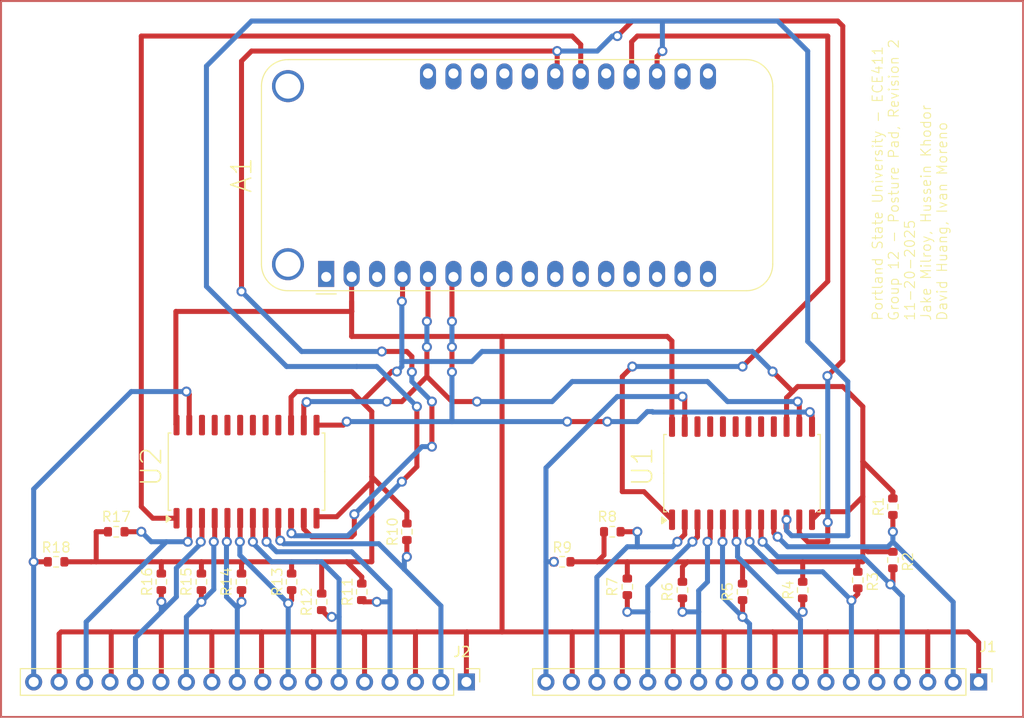
<source format=kicad_pcb>
(kicad_pcb (version 20240108) (generator "pcbnew") (generator_version "8.0")
  (layers (0 "F.Cu" signal) (31 "B.Cu" signal) (34 "B.Paste" user) (35 "F.Paste" user) (36 "B.SilkS" user "B.Silkscreen") (37 "F.SilkS" user "F.Silkscreen") (38 "B.Mask" user) (39 "F.Mask" user) (44 "Edge.Cuts" user))
  (net 0 "")
  (net 2 "GND")
  (net 3 "Net-(J1-Pin_2)")
  (net 6 "Net-(J1-Pin_4)")
  (net 12 "Net-(J1-Pin_6)")
  (net 21 "Net-(J1-Pin_8)")
  (net 23 "Net-(A1-A9{slash}IO33)")
  (net 25 "Net-(A1-A7{slash}IO32)")
  (net 28 "Net-(J1-Pin_10)")
  (net 29 "Net-(J1-Pin_12)")
  (net 30 "Net-(J1-Pin_14)")
  (net 31 "Net-(J1-Pin_16)")
  (net 32 "Net-(J1-Pin_18)")
  (net 33 "Net-(J2-Pin_2)")
  (net 34 "Net-(J2-Pin_4)")
  (net 35 "Net-(J2-Pin_6)")
  (net 36 "Net-(J2-Pin_8)")
  (net 37 "Net-(J2-Pin_10)")
  (net 38 "Net-(J2-Pin_12)")
  (net 39 "Net-(J2-Pin_14)")
  (net 40 "Net-(J2-Pin_16)")
  (net 41 "Net-(J2-Pin_18)")
  (net 42 "Net-(A1-A6{slash}IO14)")
  (net 43 "+3.3V")
  (net 44 "Net-(A1-DAC1{slash}A1)")
  (net 45 "Net-(A1-A10{slash}IO27)")
  (net 46 "Net-(A1-DAC2{slash}A0)")
  (footprint "Resistor_SMD:R_0603_1608Metric" (layer "F.Cu") (at 138 120 90)
    (property "Reference" "R11")
    (property "Value" "10k")
  )
  (footprint "Package_SO:SOIC-24W_7.5x15.4mm_P1.27mm" (layer "F.Cu") (at 175.945 108.15 90)
    (property "Reference" "U1")
    (property "Value" "CD74HC4067M")
  )
  (footprint "Resistor_SMD:R_0603_1608Metric" (layer "F.Cu") (at 131 119 90)
    (property "Reference" "R13")
    (property "Value" "10k")
  )
  (footprint "Resistor_SMD:R_0603_1608Metric" (layer "F.Cu") (at 126 119 90)
    (property "Reference" "R14")
    (property "Value" "2k")
  )
  (footprint "Resistor_SMD:R_0603_1608Metric" (layer "F.Cu") (at 158 117)
    (property "Reference" "R9")
    (property "Value" "2k")
  )
  (footprint "Resistor_SMD:R_0603_1608Metric" (layer "F.Cu") (at 187.5 118.825 90)
    (property "Reference" "R3")
    (property "Value" "10k")
  )
  (footprint "Resistor_SMD:R_0603_1608Metric" (layer "F.Cu") (at 107.5 117)
    (property "Reference" "R18")
    (property "Value" "2k")
  )
  (footprint "Resistor_SMD:R_0603_1608Metric" (layer "F.Cu") (at 113.5 114 180)
    (property "Reference" "R17")
    (property "Value" "2k")
  )
  (footprint "Resistor_SMD:R_0603_1608Metric" (layer "F.Cu") (at 170 119.825 90)
    (property "Reference" "R6")
    (property "Value" "2k")
  )
  (footprint "Resistor_SMD:R_0603_1608Metric" (layer "F.Cu") (at 182 119.825 90)
    (property "Reference" "R4")
    (property "Value" "10k")
  )
  (footprint "Resistor_SMD:R_0603_1608Metric" (layer "F.Cu") (at 191 111.5 90)
    (property "Reference" "R1")
    (property "Value" "10k")
  )
  (footprint "Package_SO:SOIC-24W_7.5x15.4mm_P1.27mm" (layer "F.Cu") (at 126.5 108 90)
    (property "Reference" "U2")
    (property "Value" "CD74HC4067M")
  )
  (footprint "Resistor_SMD:R_0603_1608Metric" (layer "F.Cu") (at 134 121 90)
    (property "Reference" "R12")
    (property "Value" "10k")
  )
  (footprint "Connector_PinHeader_2.54mm:PinHeader_1x18_P2.54mm_Vertical" (layer "F.Cu") (at 148.44 129 -90)
    (property "Reference" "J2")
    (property "Value" "Conn_01x18")
  )
  (footprint "Resistor_SMD:R_0603_1608Metric" (layer "F.Cu") (at 191 116.825 90)
    (property "Reference" "R2")
    (property "Value" "10k")
  )
  (footprint "Resistor_SMD:R_0603_1608Metric" (layer "F.Cu") (at 163 114 180)
    (property "Reference" "R8")
    (property "Value" "2k")
  )
  (footprint "Resistor_SMD:R_0603_1608Metric" (layer "F.Cu") (at 176 120 90)
    (property "Reference" "R5")
    (property "Value" "2k")
  )
  (footprint "Resistor_SMD:R_0603_1608Metric" (layer "F.Cu") (at 142.5 114 90)
    (property "Reference" "R10")
    (property "Value" "10k")
  )
  (footprint "Module:Adafruit_Feather_WithMountingHoles" (layer "F.Cu") (at 134.45 88.5525 90)
    (property "Reference" "A1")
    (property "Value" "Adafruit_Feather_HUZZAH32_ESP32")
  )
  (footprint "Resistor_SMD:R_0603_1608Metric" (layer "F.Cu") (at 118 119 90)
    (property "Reference" "R16")
    (property "Value" "2k")
  )
  (footprint "Connector_PinHeader_2.54mm:PinHeader_1x18_P2.54mm_Vertical" (layer "F.Cu") (at 199.56 129 -90)
    (property "Reference" "J1")
    (property "Value" "Conn_01x18")
  )
  (footprint "Resistor_SMD:R_0603_1608Metric" (layer "F.Cu") (at 122 119 90)
    (property "Reference" "R15")
    (property "Value" "2k")
  )
  (footprint "Resistor_SMD:R_0603_1608Metric" (layer "F.Cu") (at 164.5 119.5 90)
    (property "Reference" "R7")
    (property "Value" "2k")
  )
  (gr_rect (start 102 61) (end 204 132.5) (stroke (width 0.2)) (fill none) (layer "F.Cu"))
  (gr_rect (start 102 61) (end 204 132.5) (stroke (width 0.05)) (fill none) (layer "Edge.Cuts"))
  (gr_text "Portland State University - ECE411\nGroup 12 - Posture Pad, Revision 2\n11-20-2025\nJake Milroy, Hussein Khodor\nDavid Huang, Ivan Moreno" (at 196.5 93 90) (layer "F.SilkS") (effects (font (size 1 1) (thickness 0.1)) (justify left bottom)))
  (segment (start 142.07 88.5525) (end 142.07 90.93) (width 0.5) (layer "F.Cu") (net 2))
  (segment (start 139 102) (end 139 108.5) (width 0.5) (layer "F.Cu") (net 2))
  (segment (start 133.635 112.5) (end 135.5 112.5) (width 0.5) (layer "F.Cu") (net 2))
  (segment (start 118 117) (end 111 117) (width 0.5) (layer "F.Cu") (net 2))
  (segment (start 181 100) (end 181.5 99.5) (width 0.5) (layer "F.Cu") (net 2))
  (segment (start 188.5 116) (end 188 115.5) (width 0.5) (layer "F.Cu") (net 2))
  (segment (start 112.675 114) (end 111.5 114) (width 0.5) (layer "F.Cu") (net 2))
  (segment (start 187.5 117) (end 182 117) (width 0.5) (layer "F.Cu") (net 2))
  (segment (start 188 115.5) (end 188 117) (width 0.5) (layer "F.Cu") (net 2))
  (segment (start 139 108.5) (end 139 112.5) (width 0.5) (layer "F.Cu") (net 2))
  (segment (start 188 101.5) (end 188 107) (width 0.5) (layer "F.Cu") (net 2))
  (segment (start 142.5 113.175) (end 142.5 112) (width 0.5) (layer "F.Cu") (net 2))
  (segment (start 188 117) (end 187.5 117) (width 0.5) (layer "F.Cu") (net 2))
  (segment (start 133.485 112.65) (end 133.635 112.5) (width 0.5) (layer "F.Cu") (net 2))
  (segment (start 111.5 114) (end 111.5 117) (width 0.5) (layer "F.Cu") (net 2))
  (segment (start 139 112.5) (end 139 117) (width 0.5) (layer "F.Cu") (net 2))
  (segment (start 126 117) (end 122 117) (width 0.5) (layer "F.Cu") (net 2))
  (segment (start 182.93 112.8) (end 183.73 112) (width 0.5) (layer "F.Cu") (net 2))
  (segment (start 141 98) (end 141.5 98) (width 0.5) (layer "F.Cu") (net 2))
  (segment (start 138 101) (end 139 102) (width 0.5) (layer "F.Cu") (net 2))
  (segment (start 187.5 117) (end 187.5 118) (width 0.5) (layer "F.Cu") (net 2))
  (segment (start 164.5 118.675) (end 164.5 117) (width 0.5) (layer "F.Cu") (net 2))
  (segment (start 135.5 112.5) (end 139 109) (width 0.5) (layer "F.Cu") (net 2))
  (segment (start 183.73 112) (end 186.5 112) (width 0.5) (layer "F.Cu") (net 2))
  (segment (start 188 107) (end 188 115.5) (width 0.5) (layer "F.Cu") (net 2))
  (segment (start 191 116) (end 188.5 116) (width 0.5) (layer "F.Cu") (net 2))
  (segment (start 162.175 116.325) (end 161.5 117) (width 0.5) (layer "F.Cu") (net 2))
  (segment (start 176 117) (end 170.5 117) (width 0.5) (layer "F.Cu") (net 2))
  (segment (start 111 117) (end 108.325 117) (width 0.5) (layer "F.Cu") (net 2))
  (segment (start 131 117) (end 126 117) (width 0.5) (layer "F.Cu") (net 2))
  (segment (start 170.5 117) (end 164.5 117) (width 0.5) (layer "F.Cu") (net 2))
  (segment (start 138 101) (end 141 98) (width 0.5) (layer "F.Cu") (net 2))
  (segment (start 137 100) (end 138 101) (width 0.5) (layer "F.Cu") (net 2))
  (segment (start 126 118.175) (end 126 117) (width 0.5) (layer "F.Cu") (net 2))
  (segment (start 122 118.175) (end 122 117) (width 0.5) (layer "F.Cu") (net 2))
  (segment (start 138 118.5) (end 136.5 117) (width 0.5) (layer "F.Cu") (net 2))
  (segment (start 136.5 117) (end 134 117) (width 0.5) (layer "F.Cu") (net 2))
  (segment (start 130.945 100.555) (end 131.5 100) (width 0.5) (layer "F.Cu") (net 2))
  (segment (start 118 118.175) (end 118 117) (width 0.5) (layer "F.Cu") (net 2))
  (segment (start 182 119) (end 182 117) (width 0.5) (layer "F.Cu") (net 2))
  (segment (start 164.5 117) (end 161.5 117) (width 0.5) (layer "F.Cu") (net 2))
  (segment (start 170 117.5) (end 170.5 117) (width 0.5) (layer "F.Cu") (net 2))
  (segment (start 186.5 112) (end 188 110.5) (width 0.5) (layer "F.Cu") (net 2))
  (segment (start 161.5 117) (end 158.825 117) (width 0.5) (layer "F.Cu") (net 2))
  (segment (start 191 110.675) (end 191 110) (width 0.5) (layer "F.Cu") (net 2))
  (segment (start 170 119) (end 170 117.5) (width 0.5) (layer "F.Cu") (net 2))
  (segment (start 182 117) (end 176 117) (width 0.5) (layer "F.Cu") (net 2))
  (segment (start 122 117) (end 118 117) (width 0.5) (layer "F.Cu") (net 2))
  (segment (start 142.07 90.93) (end 142 91) (width 0.5) (layer "F.Cu") (net 2))
  (segment (start 186 99.5) (end 188 101.5) (width 0.5) (layer "F.Cu") (net 2))
  (segment (start 139 117) (end 136.5 117) (width 0.5) (layer "F.Cu") (net 2))
  (segment (start 180.39 100.61) (end 181 100) (width 0.5) (layer "F.Cu") (net 2))
  (segment (start 181.5 99.5) (end 186 99.5) (width 0.5) (layer "F.Cu") (net 2))
  (segment (start 133.485 116.985) (end 133.5 117) (width 0.5) (layer "F.Cu") (net 2))
  (segment (start 180.39 103.5) (end 180.39 100.61) (width 0.5) (layer "F.Cu") (net 2))
  (segment (start 138 119.175) (end 138 118.5) (width 0.5) (layer "F.Cu") (net 2))
  (segment (start 181 100) (end 179 98) (width 0.5) (layer "F.Cu") (net 2))
  (segment (start 133.5 117) (end 131 117) (width 0.5) (layer "F.Cu") (net 2))
  (segment (start 134 117) (end 133.5 117) (width 0.5) (layer "F.Cu") (net 2))
  (segment (start 191 110) (end 188 107) (width 0.5) (layer "F.Cu") (net 2))
  (segment (start 176 119.175) (end 176 117) (width 0.5) (layer "F.Cu") (net 2))
  (segment (start 130.945 103.35) (end 130.945 100.555) (width 0.5) (layer "F.Cu") (net 2))
  (segment (start 142.5 112) (end 139 108.5) (width 0.5) (layer "F.Cu") (net 2))
  (segment (start 162.175 114) (end 162.175 116.325) (width 0.5) (layer "F.Cu") (net 2))
  (segment (start 131 118.175) (end 131 117) (width 0.5) (layer "F.Cu") (net 2))
  (segment (start 134 120.175) (end 134 117) (width 0.5) (layer "F.Cu") (net 2))
  (segment (start 131.5 100) (end 137 100) (width 0.5) (layer "F.Cu") (net 2))
  (via (at 179 98) (size 1) (drill 0.6) (layers "F.Cu" "B.Cu") (net 2))
  (via (at 142 91) (size 1) (drill 0.6) (layers "F.Cu" "B.Cu") (net 2))
  (via (at 141.5 98) (size 1) (drill 0.6) (layers "F.Cu" "B.Cu") (net 2))
  (segment (start 150 96) (end 177 96) (width 0.5) (layer "B.Cu") (net 2))
  (segment (start 142 97.5) (end 141.5 98) (width 0.5) (layer "B.Cu") (net 2))
  (segment (start 149 97) (end 150 96) (width 0.5) (layer "B.Cu") (net 2))
  (segment (start 142 97) (end 149 97) (width 0.5) (layer "B.Cu") (net 2))
  (segment (start 177 96) (end 179 98) (width 0.5) (layer "B.Cu") (net 2))
  (segment (start 142 97) (end 142 97.5) (width 0.5) (layer "B.Cu") (net 2))
  (segment (start 142 91) (end 142 97) (width 0.5) (layer "B.Cu") (net 2))
  (segment (start 179.12 112.8) (end 179.12 114.12) (width 0.5) (layer "F.Cu") (net 3))
  (segment (start 179.12 114.12) (end 179.5 114.5) (width 0.5) (layer "F.Cu") (net 3))
  (segment (start 191 114) (end 191 112.325) (width 0.5) (layer "F.Cu") (net 3))
  (via (at 191 114) (size 1) (drill 0.6) (layers "F.Cu" "B.Cu") (net 3))
  (via (at 179.5 114.5) (size 1) (drill 0.6) (layers "F.Cu" "B.Cu") (net 3))
  (segment (start 179.5 114.5) (end 180.5 115.5) (width 0.5) (layer "B.Cu") (net 3))
  (segment (start 197.02 121.02) (end 197.02 129) (width 0.5) (layer "B.Cu") (net 3))
  (segment (start 190.5 115.5) (end 191 115) (width 0.5) (layer "B.Cu") (net 3))
  (segment (start 191 115) (end 197.02 121.02) (width 0.5) (layer "B.Cu") (net 3))
  (segment (start 180.5 115.5) (end 190.5 115.5) (width 0.5) (layer "B.Cu") (net 3))
  (segment (start 191 115) (end 191 114) (width 0.5) (layer "B.Cu") (net 3))
  (segment (start 191 117.65) (end 191 119) (width 0.5) (layer "F.Cu") (net 6))
  (segment (start 177.85 112.8) (end 177.85 114.85) (width 0.5) (layer "F.Cu") (net 6))
  (segment (start 191 119) (end 190.75 119.25) (width 0.5) (layer "F.Cu") (net 6))
  (segment (start 177.85 114.85) (end 178 115) (width 0.5) (layer "F.Cu") (net 6))
  (via (at 178 115) (size 1) (drill 0.6) (layers "F.Cu" "B.Cu") (net 6))
  (via (at 190.75 119.25) (size 1) (drill 0.6) (layers "F.Cu" "B.Cu") (net 6))
  (segment (start 178 115) (end 179.5 116.5) (width 0.5) (layer "B.Cu") (net 6))
  (segment (start 191.94 129) (end 191.94 120.44) (width 0.5) (layer "B.Cu") (net 6))
  (segment (start 179.5 116.5) (end 188 116.5) (width 0.5) (layer "B.Cu") (net 6))
  (segment (start 188 116.5) (end 190.75 119.25) (width 0.5) (layer "B.Cu") (net 6))
  (segment (start 191.94 120.44) (end 190.75 119.25) (width 0.5) (layer "B.Cu") (net 6))
  (segment (start 176.58 112.8) (end 176.58 114.880003) (width 0.5) (layer "F.Cu") (net 12))
  (segment (start 176.58 114.880003) (end 176.699997 115) (width 0.5) (layer "F.Cu") (net 12))
  (segment (start 187.5 120.22) (end 186.86 120.86) (width 0.5) (layer "F.Cu") (net 12))
  (segment (start 187.5 119.65) (end 187.5 120.22) (width 0.5) (layer "F.Cu") (net 12))
  (via (at 186.86 120.86) (size 1) (drill 0.6) (layers "F.Cu" "B.Cu") (net 12))
  (via (at 176.699997 115) (size 1) (drill 0.6) (layers "F.Cu" "B.Cu") (net 12))
  (segment (start 176.699997 115) (end 176.699997 115.184922) (width 0.5) (layer "B.Cu") (net 12))
  (segment (start 179.515075 118) (end 184 118) (width 0.5) (layer "B.Cu") (net 12))
  (segment (start 184 118) (end 186.86 120.86) (width 0.5) (layer "B.Cu") (net 12))
  (segment (start 186.86 120.86) (end 186.86 129) (width 0.5) (layer "B.Cu") (net 12))
  (segment (start 176.699997 115.184922) (end 179.515075 118) (width 0.5) (layer "B.Cu") (net 12))
  (segment (start 182 122) (end 182 120.65) (width 0.5) (layer "F.Cu") (net 21))
  (segment (start 175.31 112.8) (end 175.31 114.910006) (width 0.5) (layer "F.Cu") (net 21))
  (segment (start 175.31 114.910006) (end 175.399994 115) (width 0.5) (layer "F.Cu") (net 21))
  (via (at 182 122) (size 1) (drill 0.6) (layers "F.Cu" "B.Cu") (net 21))
  (via (at 175.399994 115) (size 1) (drill 0.6) (layers "F.Cu" "B.Cu") (net 21))
  (segment (start 181.78 129) (end 181.78 122.78) (width 0.5) (layer "B.Cu") (net 21))
  (segment (start 175.5 115.100006) (end 175.399994 115) (width 0.5) (layer "B.Cu") (net 21))
  (segment (start 181.78 122.78) (end 181.5 122.5) (width 0.5) (layer "B.Cu") (net 21))
  (segment (start 175.5 116.5) (end 175.5 115.100006) (width 0.5) (layer "B.Cu") (net 21))
  (segment (start 181.5 122.5) (end 182 122) (width 0.5) (layer "B.Cu") (net 21))
  (segment (start 181.5 122.5) (end 175.5 116.5) (width 0.5) (layer "B.Cu") (net 21))
  (segment (start 159.85 68.35) (end 160 68.5) (width 0.5) (layer "F.Cu") (net 23))
  (segment (start 116 111.5) (end 116 64.5) (width 0.5) (layer "F.Cu") (net 23))
  (segment (start 119.515 112.65) (end 117.15 112.65) (width 0.5) (layer "F.Cu") (net 23))
  (segment (start 159.85 68.2325) (end 159.85 68.35) (width 0.5) (layer "F.Cu") (net 23))
  (segment (start 116 64.5) (end 159 64.5) (width 0.5) (layer "F.Cu") (net 23))
  (segment (start 159 64.5) (end 159.85 65.35) (width 0.5) (layer "F.Cu") (net 23))
  (segment (start 159.85 65.35) (end 159.85 68.2325) (width 0.5) (layer "F.Cu") (net 23))
  (segment (start 117.15 112.65) (end 116 111.5) (width 0.5) (layer "F.Cu") (net 23))
  (segment (start 184.5 89) (end 184.5 64.5) (width 0.5) (layer "F.Cu") (net 25))
  (segment (start 166.16 110) (end 168.96 112.8) (width 0.5) (layer "F.Cu") (net 25))
  (segment (start 164.93 65.07) (end 164.93 68.2325) (width 0.5) (layer "F.Cu") (net 25))
  (segment (start 165.5 64.5) (end 164.93 65.07) (width 0.5) (layer "F.Cu") (net 25))
  (segment (start 164 110) (end 166.16 110) (width 0.5) (layer "F.Cu") (net 25))
  (segment (start 165 97.5) (end 164 98.5) (width 0.5) (layer "F.Cu") (net 25))
  (segment (start 176 97.5) (end 184.5 89) (width 0.5) (layer "F.Cu") (net 25))
  (segment (start 164 98.5) (end 164 110) (width 0.5) (layer "F.Cu") (net 25))
  (segment (start 184.5 64.5) (end 165.5 64.5) (width 0.5) (layer "F.Cu") (net 25))
  (via (at 165 97.5) (size 1) (drill 0.6) (layers "F.Cu" "B.Cu") (net 25))
  (via (at 176 97.5) (size 1) (drill 0.6) (layers "F.Cu" "B.Cu") (net 25))
  (segment (start 165 97.5) (end 176 97.5) (width 0.5) (layer "B.Cu") (net 25))
  (segment (start 176 120.825) (end 176 122.5) (width 0.5) (layer "F.Cu") (net 28))
  (segment (start 174.04 114.96) (end 174 115) (width 0.5) (layer "F.Cu") (net 28))
  (segment (start 174.04 112.8) (end 174.04 114.96) (width 0.5) (layer "F.Cu") (net 28))
  (via (at 176 122.5) (size 1) (drill 0.6) (layers "F.Cu" "B.Cu") (net 28))
  (via (at 174 115) (size 1) (drill 0.6) (layers "F.Cu" "B.Cu") (net 28))
  (segment (start 174 120.5) (end 176 122.5) (width 0.5) (layer "B.Cu") (net 28))
  (segment (start 176 122.5) (end 175.75 122.25) (width 0.5) (layer "B.Cu") (net 28))
  (segment (start 174 115) (end 174 120.5) (width 0.5) (layer "B.Cu") (net 28))
  (segment (start 176 122.5) (end 176.7 123.2) (width 0.5) (layer "B.Cu") (net 28))
  (segment (start 176.7 123.2) (end 176.7 129) (width 0.5) (layer "B.Cu") (net 28))
  (segment (start 172.77 114.73) (end 172.5 115) (width 0.5) (layer "F.Cu") (net 29))
  (segment (start 170 122) (end 170 120.65) (width 0.5) (layer "F.Cu") (net 29))
  (segment (start 172.77 112.8) (end 172.77 114.73) (width 0.5) (layer "F.Cu") (net 29))
  (via (at 172.5 115) (size 1) (drill 0.6) (layers "F.Cu" "B.Cu") (net 29))
  (via (at 170 122) (size 1) (drill 0.6) (layers "F.Cu" "B.Cu") (net 29))
  (segment (start 171.62 122) (end 171.62 129) (width 0.5) (layer "B.Cu") (net 29))
  (segment (start 172.5 115) (end 172.5 119) (width 0.5) (layer "B.Cu") (net 29))
  (segment (start 171.62 122) (end 170 122) (width 0.5) (layer "B.Cu") (net 29))
  (segment (start 172.5 119) (end 171.62 119.88) (width 0.5) (layer "B.Cu") (net 29))
  (segment (start 171.62 119.88) (end 171.62 122) (width 0.5) (layer "B.Cu") (net 29))
  (segment (start 171.5 112.8) (end 171.5 114.5) (width 0.5) (layer "F.Cu") (net 30))
  (segment (start 164.5 122) (end 164.5 120.325) (width 0.5) (layer "F.Cu") (net 30))
  (segment (start 171.5 114.5) (end 171 115) (width 0.5) (layer "F.Cu") (net 30))
  (via (at 171 115) (size 1) (drill 0.6) (layers "F.Cu" "B.Cu") (net 30))
  (via (at 164.5 122) (size 1) (drill 0.6) (layers "F.Cu" "B.Cu") (net 30))
  (segment (start 166.54 119.46) (end 166.54 122) (width 0.5) (layer "B.Cu") (net 30))
  (segment (start 171 115) (end 166.54 119.46) (width 0.5) (layer "B.Cu") (net 30))
  (segment (start 166.54 122) (end 166.54 129) (width 0.5) (layer "B.Cu") (net 30))
  (segment (start 166.54 122) (end 164.5 122) (width 0.5) (layer "B.Cu") (net 30))
  (segment (start 170.23 114.27) (end 169.5 115) (width 0.5) (layer "F.Cu") (net 31))
  (segment (start 165.5 114) (end 163.825 114) (width 0.5) (layer "F.Cu") (net 31))
  (segment (start 170.23 112.8) (end 170.23 114.27) (width 0.5) (layer "F.Cu") (net 31))
  (via (at 165.5 114) (size 1) (drill 0.6) (layers "F.Cu" "B.Cu") (net 31))
  (via (at 169.5 115) (size 1) (drill 0.6) (layers "F.Cu" "B.Cu") (net 31))
  (segment (start 165.5 115.5) (end 165.5 114) (width 0.5) (layer "B.Cu") (net 31))
  (segment (start 165.5 115.5) (end 169 115.5) (width 0.5) (layer "B.Cu") (net 31))
  (segment (start 161.46 118.54) (end 164.5 115.5) (width 0.5) (layer "B.Cu") (net 31))
  (segment (start 169 115.5) (end 169.5 115) (width 0.5) (layer "B.Cu") (net 31))
  (segment (start 164.5 115.5) (end 165.5 115.5) (width 0.5) (layer "B.Cu") (net 31))
  (segment (start 161.46 129) (end 161.46 118.54) (width 0.5) (layer "B.Cu") (net 31))
  (segment (start 170.23 100.73) (end 170 100.5) (width 0.5) (layer "F.Cu") (net 32))
  (segment (start 170.23 103.5) (end 170.23 100.73) (width 0.5) (layer "F.Cu") (net 32))
  (via (at 170 100.5) (size 1) (drill 0.6) (layers "F.Cu" "B.Cu") (net 32))
  (via (at 157.175 117) (size 1) (drill 0.6) (layers "F.Cu" "B.Cu") (net 32))
  (segment (start 156.38 117) (end 156.38 129) (width 0.5) (layer "B.Cu") (net 32))
  (segment (start 156.38 117) (end 157.175 117) (width 0.5) (layer "B.Cu") (net 32))
  (segment (start 156.38 107.62) (end 156.38 117) (width 0.5) (layer "B.Cu") (net 32))
  (segment (start 163.5 100.5) (end 156.38 107.62) (width 0.5) (layer "B.Cu") (net 32))
  (segment (start 170 100.5) (end 163.5 100.5) (width 0.5) (layer "B.Cu") (net 32))
  (segment (start 129.867464 114.882539) (end 129.675 114.690075) (width 0.5) (layer "F.Cu") (net 33))
  (segment (start 142.5 116.5) (end 142.5 114.825) (width 0.5) (layer "F.Cu") (net 33))
  (segment (start 129.675 114.690075) (end 129.675 112.65) (width 0.5) (layer "F.Cu") (net 33))
  (via (at 129.867464 114.882539) (size 1) (drill 0.6) (layers "F.Cu" "B.Cu") (net 33))
  (via (at 142.5 116.5) (size 1) (drill 0.6) (layers "F.Cu" "B.Cu") (net 33))
  (segment (start 142.25 116.75) (end 142.5 116.5) (width 0.5) (layer "B.Cu") (net 33))
  (segment (start 130.184925 115.2) (end 139.7 115.2) (width 0.5) (layer "B.Cu") (net 33))
  (segment (start 129.867464 114.882539) (end 130.184925 115.2) (width 0.5) (layer "B.Cu") (net 33))
  (segment (start 142.25 117.75) (end 142.25 116.75) (width 0.5) (layer "B.Cu") (net 33))
  (segment (start 139.7 115.2) (end 142.25 117.75) (width 0.5) (layer "B.Cu") (net 33))
  (segment (start 145.9 121.4) (end 145.9 129) (width 0.5) (layer "B.Cu") (net 33))
  (segment (start 142.25 117.75) (end 145.9 121.4) (width 0.5) (layer "B.Cu") (net 33))
  (segment (start 139.5 121) (end 138.175 121) (width 0.5) (layer "F.Cu") (net 34))
  (segment (start 128.5 115) (end 128.405 114.905) (width 0.5) (layer "F.Cu") (net 34))
  (segment (start 128.405 114.905) (end 128.405 112.65) (width 0.5) (layer "F.Cu") (net 34))
  (segment (start 138.175 121) (end 138 120.825) (width 0.5) (layer "F.Cu") (net 34))
  (via (at 128.5 115) (size 1) (drill 0.6) (layers "F.Cu" "B.Cu") (net 34))
  (via (at 139.5 121) (size 1) (drill 0.6) (layers "F.Cu" "B.Cu") (net 34))
  (segment (start 140.82 121) (end 140.82 129) (width 0.5) (layer "B.Cu") (net 34))
  (segment (start 140.82 121) (end 139.5 121) (width 0.5) (layer "B.Cu") (net 34))
  (segment (start 128.5 115) (end 129.5 116) (width 0.5) (layer "B.Cu") (net 34))
  (segment (start 140.82 119.82) (end 140.82 121) (width 0.5) (layer "B.Cu") (net 34))
  (segment (start 137 116) (end 140.82 119.82) (width 0.5) (layer "B.Cu") (net 34))
  (segment (start 129.5 116) (end 137 116) (width 0.5) (layer "B.Cu") (net 34))
  (segment (start 134.675 122.5) (end 134 121.825) (width 0.5) (layer "F.Cu") (net 35))
  (segment (start 135 122.5) (end 134.675 122.5) (width 0.5) (layer "F.Cu") (net 35))
  (segment (start 127.135 115) (end 127.135 112.65) (width 0.5) (layer "F.Cu") (net 35))
  (via (at 127.135 115) (size 1) (drill 0.6) (layers "F.Cu" "B.Cu") (net 35))
  (via (at 135 122.5) (size 1) (drill 0.6) (layers "F.Cu" "B.Cu") (net 35))
  (segment (start 127.135 115) (end 127.135 115.135) (width 0.5) (layer "B.Cu") (net 35))
  (segment (start 135.74 122.5) (end 135 122.5) (width 0.5) (layer "B.Cu") (net 35))
  (segment (start 127.135 115.135) (end 129 117) (width 0.5) (layer "B.Cu") (net 35))
  (segment (start 135.74 122.5) (end 135.74 129) (width 0.5) (layer "B.Cu") (net 35))
  (segment (start 129 117) (end 134 117) (width 0.5) (layer "B.Cu") (net 35))
  (segment (start 135.74 118.74) (end 135.74 122.5) (width 0.5) (layer "B.Cu") (net 35))
  (segment (start 134 117) (end 135.74 118.74) (width 0.5) (layer "B.Cu") (net 35))
  (segment (start 131 119.825) (end 131 120.82) (width 0.5) (layer "F.Cu") (net 36))
  (segment (start 125.834997 115) (end 125.865 114.969997) (width 0.5) (layer "F.Cu") (net 36))
  (segment (start 131 120.82) (end 130.66 121.16) (width 0.5) (layer "F.Cu") (net 36))
  (segment (start 125.865 114.969997) (end 125.865 112.65) (width 0.5) (layer "F.Cu") (net 36))
  (via (at 125.834997 115) (size 1) (drill 0.6) (layers "F.Cu" "B.Cu") (net 36))
  (via (at 130.66 121.16) (size 1) (drill 0.6) (layers "F.Cu" "B.Cu") (net 36))
  (segment (start 125.834997 115) (end 125.834997 116.334997) (width 0.5) (layer "B.Cu") (net 36))
  (segment (start 125.834997 116.334997) (end 130.66 121.16) (width 0.5) (layer "B.Cu") (net 36))
  (segment (start 130.66 121.16) (end 130.66 129) (width 0.5) (layer "B.Cu") (net 36))
  (segment (start 126 121) (end 126 119.825) (width 0.5) (layer "F.Cu") (net 37))
  (segment (start 124.534994 115) (end 124.595 114.939994) (width 0.5) (layer "F.Cu") (net 37))
  (segment (start 124.595 114.939994) (end 124.595 112.65) (width 0.5) (layer "F.Cu") (net 37))
  (via (at 124.534994 115) (size 1) (drill 0.6) (layers "F.Cu" "B.Cu") (net 37))
  (via (at 126 121) (size 1) (drill 0.6) (layers "F.Cu" "B.Cu") (net 37))
  (segment (start 125.58 121.58) (end 125.58 129) (width 0.5) (layer "B.Cu") (net 37))
  (segment (start 124.534994 115) (end 124.5 115.034994) (width 0.5) (layer "B.Cu") (net 37))
  (segment (start 125.58 121.58) (end 126 121.16) (width 0.5) (layer "B.Cu") (net 37))
  (segment (start 124.5 115.034994) (end 124.5 120.5) (width 0.5) (layer "B.Cu") (net 37))
  (segment (start 126 121.16) (end 126 121) (width 0.5) (layer "B.Cu") (net 37))
  (segment (start 124.5 120.5) (end 125.58 121.58) (width 0.5) (layer "B.Cu") (net 37))
  (segment (start 123.234991 115) (end 123.325 114.909991) (width 0.5) (layer "F.Cu") (net 38))
  (segment (start 122 121) (end 122 119.825) (width 0.5) (layer "F.Cu") (net 38))
  (segment (start 123.325 114.909991) (end 123.325 112.65) (width 0.5) (layer "F.Cu") (net 38))
  (via (at 122 121) (size 1) (drill 0.6) (layers "F.Cu" "B.Cu") (net 38))
  (via (at 123.234991 115) (size 1) (drill 0.6) (layers "F.Cu" "B.Cu") (net 38))
  (segment (start 123.234991 119.765009) (end 120.5 122.5) (width 0.5) (layer "B.Cu") (net 38))
  (segment (start 120.5 122.5) (end 120.5 129) (width 0.5) (layer "B.Cu") (net 38))
  (segment (start 123.234991 115) (end 123.234991 119.765009) (width 0.5) (layer "B.Cu") (net 38))
  (segment (start 122.055 114.879988) (end 122.055 112.65) (width 0.5) (layer "F.Cu") (net 39))
  (segment (start 118 121) (end 118 119.825) (width 0.5) (layer "F.Cu") (net 39))
  (segment (start 121.934988 115) (end 122.055 114.879988) (width 0.5) (layer "F.Cu") (net 39))
  (via (at 118 121) (size 1) (drill 0.6) (layers "F.Cu" "B.Cu") (net 39))
  (via (at 121.934988 115) (size 1) (drill 0.6) (layers "F.Cu" "B.Cu") (net 39))
  (segment (start 115.42 124.58) (end 115.42 129) (width 0.5) (layer "B.Cu") (net 39))
  (segment (start 118 122) (end 118 121) (width 0.5) (layer "B.Cu") (net 39))
  (segment (start 119.5 120.5) (end 118 122) (width 0.5) (layer "B.Cu") (net 39))
  (segment (start 118 122) (end 115.42 124.58) (width 0.5) (layer "B.Cu") (net 39))
  (segment (start 121.934988 115.184922) (end 119.5 117.61991) (width 0.5) (layer "B.Cu") (net 39))
  (segment (start 121.934988 115) (end 121.934988 115.184922) (width 0.5) (layer "B.Cu") (net 39))
  (segment (start 119.5 117.61991) (end 119.5 120.5) (width 0.5) (layer "B.Cu") (net 39))
  (segment (start 120.634985 115) (end 120.785 114.849985) (width 0.5) (layer "F.Cu") (net 40))
  (segment (start 120.785 114.849985) (end 120.785 112.65) (width 0.5) (layer "F.Cu") (net 40))
  (segment (start 114.325 114) (end 116 114) (width 0.5) (layer "F.Cu") (net 40))
  (via (at 116 114) (size 1) (drill 0.6) (layers "F.Cu" "B.Cu") (net 40))
  (via (at 120.634985 115) (size 1) (drill 0.6) (layers "F.Cu" "B.Cu") (net 40))
  (segment (start 110.5 128.84) (end 110.34 129) (width 0.5) (layer "B.Cu") (net 40))
  (segment (start 116 114) (end 117 115) (width 0.5) (layer "B.Cu") (net 40))
  (segment (start 118.5 115) (end 110.5 123) (width 0.5) (layer "B.Cu") (net 40))
  (segment (start 110.5 123) (end 110.5 128.84) (width 0.5) (layer "B.Cu") (net 40))
  (segment (start 117 115) (end 118.5 115) (width 0.5) (layer "B.Cu") (net 40))
  (segment (start 120.634985 115) (end 118.5 115) (width 0.5) (layer "B.Cu") (net 40))
  (segment (start 120.785 100.285) (end 120.785 103.35) (width 0.5) (layer "F.Cu") (net 41))
  (segment (start 105.26 117) (end 106.675 117) (width 0.5) (layer "F.Cu") (net 41))
  (segment (start 120.5 100) (end 120.785 100.285) (width 0.5) (layer "F.Cu") (net 41))
  (via (at 120.5 100) (size 1) (drill 0.6) (layers "F.Cu" "B.Cu") (net 41))
  (via (at 105.26 117) (size 1) (drill 0.6) (layers "F.Cu" "B.Cu") (net 41))
  (segment (start 105.26 117) (end 105.26 129) (width 0.5) (layer "B.Cu") (net 41))
  (segment (start 105.26 109.74) (end 115 100) (width 0.5) (layer "B.Cu") (net 41))
  (segment (start 115 100) (end 120.5 100) (width 0.5) (layer "B.Cu") (net 41))
  (segment (start 105.26 117) (end 105.26 109.74) (width 0.5) (layer "B.Cu") (net 41))
  (segment (start 143.5 101.5) (end 143.5 107.5) (width 0.5) (layer "F.Cu") (net 42))
  (segment (start 167.47 68.2325) (end 167.47 66.53) (width 0.5) (layer "F.Cu") (net 42))
  (segment (start 130.945 114.115141) (end 130.945 112.65) (width 0.5) (layer "F.Cu") (net 42))
  (segment (start 143.5 107.5) (end 142 109) (width 0.5) (layer "F.Cu") (net 42))
  (segment (start 130.979859 114.15) (end 130.945 114.115141) (width 0.5) (layer "F.Cu") (net 42))
  (segment (start 167.47 66.53) (end 168 66) (width 0.5) (layer "F.Cu") (net 42))
  (via (at 143.5 101.5) (size 1) (drill 0.6) (layers "F.Cu" "B.Cu") (net 42))
  (via (at 180.39 112.8) (size 1) (drill 0.6) (layers "F.Cu" "B.Cu") (net 42))
  (via (at 142 109) (size 1) (drill 0.6) (layers "F.Cu" "B.Cu") (net 42))
  (via (at 130.979859 114.15) (size 1) (drill 0.6) (layers "F.Cu" "B.Cu") (net 42))
  (via (at 168 66) (size 1) (drill 0.6) (layers "F.Cu" "B.Cu") (net 42))
  (segment (start 182.5 66) (end 182.5 95) (width 0.5) (layer "B.Cu") (net 42))
  (segment (start 130.979859 114.15) (end 131.229859 114.4) (width 0.5) (layer "B.Cu") (net 42))
  (segment (start 168 63) (end 127 63) (width 0.5) (layer "B.Cu") (net 42))
  (segment (start 130.5 97.5) (end 137.5 97.5) (width 0.5) (layer "B.Cu") (net 42))
  (segment (start 182.5 95) (end 186.5 99) (width 0.5) (layer "B.Cu") (net 42))
  (segment (start 131.229859 114.4) (end 136.6 114.4) (width 0.5) (layer "B.Cu") (net 42))
  (segment (start 186.5 99) (end 186.5 114.4) (width 0.5) (layer "B.Cu") (net 42))
  (segment (start 180.9 114.4) (end 180.39 113.89) (width 0.5) (layer "B.Cu") (net 42))
  (segment (start 168 63) (end 179.5 63) (width 0.5) (layer "B.Cu") (net 42))
  (segment (start 179.5 63) (end 182.5 66) (width 0.5) (layer "B.Cu") (net 42))
  (segment (start 128 95) (end 130.5 97.5) (width 0.5) (layer "B.Cu") (net 42))
  (segment (start 139.5 97.5) (end 143.5 101.5) (width 0.5) (layer "B.Cu") (net 42))
  (segment (start 137.5 97.5) (end 139.5 97.5) (width 0.5) (layer "B.Cu") (net 42))
  (segment (start 122.5 89.5) (end 128 95) (width 0.5) (layer "B.Cu") (net 42))
  (segment (start 180.39 113.89) (end 180.39 112.8) (width 0.5) (layer "B.Cu") (net 42))
  (segment (start 186.5 114.4) (end 180.9 114.4) (width 0.5) (layer "B.Cu") (net 42))
  (segment (start 168 66) (end 168 63) (width 0.5) (layer "B.Cu") (net 42))
  (segment (start 127 63) (end 122.5 67.5) (width 0.5) (layer "B.Cu") (net 42))
  (segment (start 122.5 67.5) (end 122.5 89.5) (width 0.5) (layer "B.Cu") (net 42))
  (segment (start 136.6 114.4) (end 142 109) (width 0.5) (layer "B.Cu") (net 42))
  (segment (start 136.99 88.5525) (end 136.99 91.99) (width 0.5) (layer "F.Cu") (net 43))
  (segment (start 113 128.88) (end 112.88 129) (width 0.5) (layer "F.Cu") (net 43))
  (segment (start 118 124) (end 118 128.96) (width 0.5) (layer "F.Cu") (net 43))
  (segment (start 137 92) (end 119.45 92) (width 0.5) (layer "F.Cu") (net 43))
  (segment (start 137 94.5) (end 136.99 94.49) (width 0.5) (layer "F.Cu") (net 43))
  (segment (start 148.5 124) (end 143.5 124) (width 0.5) (layer "F.Cu") (net 43))
  (segment (start 136.99 91.99) (end 137 92) (width 0.5) (layer "F.Cu") (net 43))
  (segment (start 128 128.88) (end 128.12 129) (width 0.5) (layer "F.Cu") (net 43))
  (segment (start 179 124) (end 184.5 124) (width 0.5) (layer "F.Cu") (net 43))
  (segment (start 164 124) (end 169 124) (width 0.5) (layer "F.Cu") (net 43))
  (segment (start 184.32 129) (end 184.32 124.18) (width 0.5) (layer "F.Cu") (net 43))
  (segment (start 164 129) (end 164 124) (width 0.5) (layer "F.Cu") (net 43))
  (segment (start 179.24 129) (end 179.24 124.24) (width 0.5) (layer "F.Cu") (net 43))
  (segment (start 148.5 124) (end 148.44 124.06) (width 0.5) (layer "F.Cu") (net 43))
  (segment (start 159 128.92) (end 158.92 129) (width 0.5) (layer "F.Cu") (net 43))
  (segment (start 168.95 94.95) (end 168.5 94.5) (width 0.5) (layer "F.Cu") (net 43))
  (segment (start 107.8 124.2) (end 107.8 129) (width 0.5) (layer "F.Cu") (net 43))
  (segment (start 152 94.5) (end 152 124) (width 0.5) (layer "F.Cu") (net 43))
  (segment (start 148.44 124.06) (end 148.44 129) (width 0.5) (layer "F.Cu") (net 43))
  (segment (start 128 124) (end 128 128.88) (width 0.5) (layer "F.Cu") (net 43))
  (segment (start 152 124) (end 148.5 124) (width 0.5) (layer "F.Cu") (net 43))
  (segment (start 152 124) (end 159 124) (width 0.5) (layer "F.Cu") (net 43))
  (segment (start 174.16 129) (end 174.16 124.16) (width 0.5) (layer "F.Cu") (net 43))
  (segment (start 159 124) (end 159 128.92) (width 0.5) (layer "F.Cu") (net 43))
  (segment (start 194.5 124) (end 198.5 124) (width 0.5) (layer "F.Cu") (net 43))
  (segment (start 113 124) (end 108 124) (width 0.5) (layer "F.Cu") (net 43))
  (segment (start 168.95 103.49) (end 168.95 94.95) (width 0.5) (layer "F.Cu") (net 43))
  (segment (start 199.56 125.06) (end 199.56 129) (width 0.5) (layer "F.Cu") (net 43))
  (segment (start 194.48 129) (end 194.48 124.02) (width 0.5) (layer "F.Cu") (net 43))
  (segment (start 189.4 129) (end 189.4 124.1) (width 0.5) (layer "F.Cu") (net 43))
  (segment (start 179.24 124.24) (end 179 124) (width 0.5) (layer "F.Cu") (net 43))
  (segment (start 169 124) (end 174 124) (width 0.5) (layer "F.Cu") (net 43))
  (segment (start 113 124) (end 113 128.88) (width 0.5) (layer "F.Cu") (net 43))
  (segment (start 133.2 124.2) (end 133.2 129) (width 0.5) (layer "F.Cu") (net 43))
  (segment (start 143.5 124) (end 143.36 124.14) (width 0.5) (layer "F.Cu") (net 43))
  (segment (start 123 124) (end 118 124) (width 0.5) (layer "F.Cu") (net 43))
  (segment (start 119.45 92) (end 119.45 103.285) (width 0.5) (layer "F.Cu") (net 43))
  (segment (start 118 124) (end 113 124) (width 0.5) (layer "F.Cu") (net 43))
  (segment (start 169.08 129) (end 169.08 124.08) (width 0.5) (layer "F.Cu") (net 43))
  (segment (start 184.5 124) (end 189.5 124) (width 0.5) (layer "F.Cu") (net 43))
  (segment (start 152 94.5) (end 137 94.5) (width 0.5) (layer "F.Cu") (net 43))
  (segment (start 123.04 124.04) (end 123.04 129) (width 0.5) (layer "F.Cu") (net 43))
  (segment (start 143.5 124) (end 138 124) (width 0.5) (layer "F.Cu") (net 43))
  (segment (start 184.32 124.18) (end 184.5 124) (width 0.5) (layer "F.Cu") (net 43))
  (segment (start 174 124) (end 179 124) (width 0.5) (layer "F.Cu") (net 43))
  (segment (start 123 124) (end 123.04 124.04) (width 0.5) (layer "F.Cu") (net 43))
  (segment (start 133 124) (end 128 124) (width 0.5) (layer "F.Cu") (net 43))
  (segment (start 138.28 124.28) (end 138.28 129) (width 0.5) (layer "F.Cu") (net 43))
  (segment (start 138 124) (end 138.28 124.28) (width 0.5) (layer "F.Cu") (net 43))
  (segment (start 143.36 124.14) (end 143.36 129) (width 0.5) (layer "F.Cu") (net 43))
  (segment (start 174.16 124.16) (end 174 124) (width 0.5) (layer "F.Cu") (net 43))
  (segment (start 194.48 124.02) (end 194.5 124) (width 0.5) (layer "F.Cu") (net 43))
  (segment (start 169.08 124.08) (end 169 124) (width 0.5) (layer "F.Cu") (net 43))
  (segment (start 198.5 124) (end 199.56 125.06) (width 0.5) (layer "F.Cu") (net 43))
  (segment (start 119.45 103.285) (end 119.515 103.35) (width 0.5) (layer "F.Cu") (net 43))
  (segment (start 138 124) (end 133 124) (width 0.5) (layer "F.Cu") (net 43))
  (segment (start 189.5 124) (end 194.5 124) (width 0.5) (layer "F.Cu") (net 43))
  (segment (start 159 124) (end 164 124) (width 0.5) (layer "F.Cu") (net 43))
  (segment (start 133 124) (end 133.2 124.2) (width 0.5) (layer "F.Cu") (net 43))
  (segment (start 189.4 124.1) (end 189.5 124) (width 0.5) (layer "F.Cu") (net 43))
  (segment (start 118 128.96) (end 117.96 129) (width 0.5) (layer "F.Cu") (net 43))
  (segment (start 168.96 103.5) (end 168.95 103.49) (width 0.5) (layer "F.Cu") (net 43))
  (segment (start 136.99 94.49) (end 136.99 91) (width 0.5) (layer "F.Cu") (net 43))
  (segment (start 108 124) (end 107.8 124.2) (width 0.5) (layer "F.Cu") (net 43))
  (segment (start 128 124) (end 123 124) (width 0.5) (layer "F.Cu") (net 43))
  (segment (start 168.5 94.5) (end 152 94.5) (width 0.5) (layer "F.Cu") (net 43))
  (segment (start 182.93 102.27) (end 182.93 103.5) (width 0.5) (layer "F.Cu") (net 44))
  (segment (start 133.485 103.35) (end 136.15 103.35) (width 0.5) (layer "F.Cu") (net 44))
  (segment (start 182.71 102.05) (end 182.93 102.27) (width 0.5) (layer "F.Cu") (net 44))
  (segment (start 147 88.7025) (end 147.15 88.5525) (width 0.5) (layer "F.Cu") (net 44))
  (segment (start 147 93) (end 147 88.7025) (width 0.5) (layer "F.Cu") (net 44))
  (segment (start 158.5 103) (end 162.5 103) (width 0.5) (layer "F.Cu") (net 44))
  (segment (start 147 98.05) (end 147 95.55) (width 0.5) (layer "F.Cu") (net 44))
  (segment (start 136.15 103.35) (end 136.5 103) (width 0.5) (layer "F.Cu") (net 44))
  (via (at 158.5 103) (size 1) (drill 0.6) (layers "F.Cu" "B.Cu") (net 44))
  (via (at 147 98.05) (size 1) (drill 0.6) (layers "F.Cu" "B.Cu") (net 44))
  (via (at 182.71 102.05) (size 1) (drill 0.6) (layers "F.Cu" "B.Cu") (net 44))
  (via (at 136.5 103) (size 1) (drill 0.6) (layers "F.Cu" "B.Cu") (net 44))
  (via (at 147 95.55) (size 1) (drill 0.6) (layers "F.Cu" "B.Cu") (net 44))
  (via (at 162.5 103) (size 1) (drill 0.6) (layers "F.Cu" "B.Cu") (net 44))
  (via (at 147 93) (size 1) (drill 0.6) (layers "F.Cu" "B.Cu") (net 44))
  (segment (start 182.71 102.05) (end 167.05 102.05) (width 0.5) (layer "B.Cu") (net 44))
  (segment (start 165.5 103) (end 162.5 103) (width 0.5) (layer "B.Cu") (net 44))
  (segment (start 147 98.05) (end 147 103) (width 0.5) (layer "B.Cu") (net 44))
  (segment (start 147 103) (end 158.5 103) (width 0.5) (layer "B.Cu") (net 44))
  (segment (start 147 95.55) (end 147 93) (width 0.5) (layer "B.Cu") (net 44))
  (segment (start 167 102) (end 166.5 102) (width 0.5) (layer "B.Cu") (net 44))
  (segment (start 166.5 102) (end 165.5 103) (width 0.5) (layer "B.Cu") (net 44))
  (segment (start 167.05 102.05) (end 167 102) (width 0.5) (layer "B.Cu") (net 44))
  (segment (start 147 103) (end 136.5 103) (width 0.5) (layer "B.Cu") (net 44))
  (segment (start 182.5 115) (end 184.5 115) (width 0.5) (layer "F.Cu") (net 45))
  (segment (start 157.5 66) (end 127 66) (width 0.5) (layer "F.Cu") (net 45))
  (segment (start 157.31 68.2325) (end 157.5 68.0425) (width 0.5) (layer "F.Cu") (net 45))
  (segment (start 137 114.5) (end 137.257537 114.242463) (width 0.5) (layer "F.Cu") (net 45))
  (segment (start 132.215 113.715) (end 133 114.5) (width 0.5) (layer "F.Cu") (net 45))
  (segment (start 186 96.915077) (end 184.465077 98.45) (width 0.5) (layer "F.Cu") (net 45))
  (segment (start 163.5 64.5) (end 165 63) (width 0.5) (layer "F.Cu") (net 45))
  (segment (start 145 105.5) (end 145 101) (width 0.5) (layer "F.Cu") (net 45))
  (segment (start 140 96) (end 142.5 96) (width 0.5) (layer "F.Cu") (net 45))
  (segment (start 142.5 96) (end 143 96.5) (width 0.5) (layer "F.Cu") (net 45))
  (segment (start 185.5 63) (end 186 63.5) (width 0.5) (layer "F.Cu") (net 45))
  (segment (start 126 67) (end 126 90) (width 0.5) (layer "F.Cu") (net 45))
  (segment (start 132.215 112.65) (end 132.215 113.715) (width 0.5) (layer "F.Cu") (net 45))
  (segment (start 186 63.5) (end 186 96.915077) (width 0.5) (layer "F.Cu") (net 45))
  (segment (start 137.257537 114.242463) (end 137.257537 112.257537) (width 0.5) (layer "F.Cu") (net 45))
  (segment (start 184.5 115) (end 184.5 113.05) (width 0.5) (layer "F.Cu") (net 45))
  (segment (start 157.5 68.0425) (end 157.5 66) (width 0.5) (layer "F.Cu") (net 45))
  (segment (start 143 96.5) (end 143 98.05) (width 0.5) (layer "F.Cu") (net 45))
  (segment (start 181.66 112.8) (end 181.66 114.16) (width 0.5) (layer "F.Cu") (net 45))
  (segment (start 165 63) (end 185.5 63) (width 0.5) (layer "F.Cu") (net 45))
  (segment (start 181.66 114.16) (end 182.5 115) (width 0.5) (layer "F.Cu") (net 45))
  (segment (start 133 114.5) (end 137 114.5) (width 0.5) (layer "F.Cu") (net 45))
  (segment (start 127 66) (end 126 67) (width 0.5) (layer "F.Cu") (net 45))
  (via (at 137.257537 112.257537) (size 1) (drill 0.6) (layers "F.Cu" "B.Cu") (net 45))
  (via (at 126 90) (size 1) (drill 0.6) (layers "F.Cu" "B.Cu") (net 45))
  (via (at 163.5 64.5) (size 1) (drill 0.6) (layers "F.Cu" "B.Cu") (net 45))
  (via (at 157.5 66) (size 1) (drill 0.6) (layers "F.Cu" "B.Cu") (net 45))
  (via (at 143 98.05) (size 1) (drill 0.6) (layers "F.Cu" "B.Cu") (net 45))
  (via (at 145 101) (size 1) (drill 0.6) (layers "F.Cu" "B.Cu") (net 45))
  (via (at 140 96) (size 1) (drill 0.6) (layers "F.Cu" "B.Cu") (net 45))
  (via (at 145 105.5) (size 1) (drill 0.6) (layers "F.Cu" "B.Cu") (net 45))
  (via (at 184.465077 98.45) (size 1) (drill 0.6) (layers "F.Cu" "B.Cu") (net 45))
  (via (at 184.5 113.05) (size 1) (drill 0.6) (layers "F.Cu" "B.Cu") (net 45))
  (segment (start 132 96) (end 140 96) (width 0.5) (layer "B.Cu") (net 45))
  (segment (start 161.5 66) (end 163 64.5) (width 0.5) (layer "B.Cu") (net 45))
  (segment (start 126 90) (end 132 96) (width 0.5) (layer "B.Cu") (net 45))
  (segment (start 145 105.5) (end 144.015074 105.5) (width 0.5) (layer "B.Cu") (net 45))
  (segment (start 143 98.05) (end 143 99) (width 0.5) (layer "B.Cu") (net 45))
  (segment (start 157.5 66) (end 161.5 66) (width 0.5) (layer "B.Cu") (net 45))
  (segment (start 144.015074 105.5) (end 137.257537 112.257537) (width 0.5) (layer "B.Cu") (net 45))
  (segment (start 143 99) (end 145 101) (width 0.5) (layer "B.Cu") (net 45))
  (segment (start 184.5 98.484923) (end 184.5 113.05) (width 0.5) (layer "B.Cu") (net 45))
  (segment (start 184.465077 98.45) (end 184.5 98.484923) (width 0.5) (layer "B.Cu") (net 45))
  (segment (start 163 64.5) (end 163.5 64.5) (width 0.5) (layer "B.Cu") (net 45))
  (segment (start 144.61 88.5525) (end 144.61 92.89) (width 0.5) (layer "F.Cu") (net 46))
  (segment (start 144.5 98.5) (end 147 101) (width 0.5) (layer "F.Cu") (net 46))
  (segment (start 132.5 101.05) (end 132.215 101.335) (width 0.5) (layer "F.Cu") (net 46))
  (segment (start 181.5 101) (end 181.66 101.16) (width 0.5) (layer "F.Cu") (net 46))
  (segment (start 132.215 101.335) (end 132.215 103.35) (width 0.5) (layer "F.Cu") (net 46))
  (segment (start 144.61 92.89) (end 144.5 93) (width 0.5) (layer "F.Cu") (net 46))
  (segment (start 142 101) (end 140.5 101) (width 0.5) (layer "F.Cu") (net 46))
  (segment (start 144.5 98.5) (end 142 101) (width 0.5) (layer "F.Cu") (net 46))
  (segment (start 181.66 101.16) (end 181.66 103.5) (width 0.5) (layer "F.Cu") (net 46))
  (segment (start 147 101) (end 149.5 101) (width 0.5) (layer "F.Cu") (net 46))
  (segment (start 144.5 95.55) (end 144.5 98.5) (width 0.5) (layer "F.Cu") (net 46))
  (via (at 181.5 101) (size 1) (drill 0.6) (layers "F.Cu" "B.Cu") (net 46))
  (via (at 132.5 101.05) (size 1) (drill 0.6) (layers "F.Cu" "B.Cu") (net 46))
  (via (at 149.5 101) (size 1) (drill 0.6) (layers "F.Cu" "B.Cu") (net 46))
  (via (at 144.5 93) (size 1) (drill 0.6) (layers "F.Cu" "B.Cu") (net 46))
  (via (at 144.5 95.55) (size 1) (drill 0.6) (layers "F.Cu" "B.Cu") (net 46))
  (via (at 140.5 101) (size 1) (drill 0.6) (layers "F.Cu" "B.Cu") (net 46))
  (segment (start 144.5 93) (end 144.5 95.55) (width 0.5) (layer "B.Cu") (net 46))
  (segment (start 159 99) (end 172.5 99) (width 0.5) (layer "B.Cu") (net 46))
  (segment (start 132.5 101.05) (end 132.55 101) (width 0.5) (layer "B.Cu") (net 46))
  (segment (start 172.5 99) (end 174.5 101) (width 0.5) (layer "B.Cu") (net 46))
  (segment (start 174.5 101) (end 181.5 101) (width 0.5) (layer "B.Cu") (net 46))
  (segment (start 157 101) (end 159 99) (width 0.5) (layer "B.Cu") (net 46))
  (segment (start 132.55 101) (end 140.5 101) (width 0.5) (layer "B.Cu") (net 46))
  (segment (start 149.5 101) (end 157 101) (width 0.5) (layer "B.Cu") (net 46))
)
</source>
